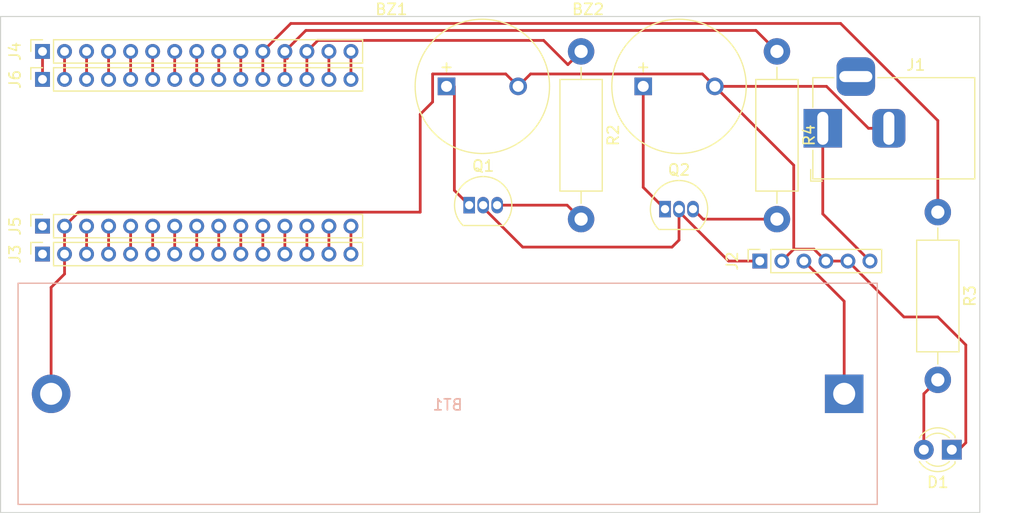
<source format=kicad_pcb>
(kicad_pcb (version 20221018) (generator pcbnew)
  (layers (0 "F.Cu" signal) (31 "B.Cu" signal) (34 "B.Paste" user) (35 "F.Paste" user) (36 "B.SilkS" user "B.Silkscreen") (37 "F.SilkS" user "F.Silkscreen") (38 "B.Mask" user) (39 "F.Mask" user) (44 "Edge.Cuts" user))
  (net 0 "")
  (net 1 "GND")
  (net 2 "C")
  (net 3 "A")
  (net 4 "B")
  (net 5 "Net-(BZ1--)")
  (net 6 "Net-(J2-Pin_1)")
  (net 7 "Net-(Q1-B)")
  (net 8 "Net-(BZ2--)")
  (net 9 "Net-(Q2-B)")
  (net 10 "Net-(BT1-+)")
  (net 11 "Net-(D1-A)")
  (net 12 "Net-(J2-Pin_6)")
  (net 13 "Net-(J3-Pin_1)")
  (net 14 "Net-(J3-Pin_3)")
  (net 15 "Net-(J3-Pin_4)")
  (net 16 "Net-(J3-Pin_5)")
  (net 17 "Net-(J3-Pin_6)")
  (net 18 "Net-(J3-Pin_7)")
  (net 19 "Net-(J3-Pin_8)")
  (net 20 "Net-(J3-Pin_9)")
  (net 21 "Net-(J3-Pin_10)")
  (net 22 "Net-(J3-Pin_11)")
  (net 23 "Net-(J3-Pin_12)")
  (net 24 "Net-(J3-Pin_13)")
  (net 25 "Net-(J3-Pin_14)")
  (net 26 "Net-(J3-Pin_15)")
  (net 27 "Net-(J4-Pin_1)")
  (net 28 "Net-(J4-Pin_2)")
  (net 29 "Net-(J4-Pin_3)")
  (net 30 "Net-(J4-Pin_4)")
  (net 31 "Net-(J4-Pin_5)")
  (net 32 "Net-(J4-Pin_6)")
  (net 33 "Net-(J4-Pin_7)")
  (net 34 "Net-(J4-Pin_8)")
  (net 35 "Net-(J4-Pin_9)")
  (net 36 "Net-(J4-Pin_10)")
  (net 37 "Net-(J4-Pin_14)")
  (net 38 "Net-(J4-Pin_15)")
  (footprint "Buzzer_Beeper:MagneticBuzzer_ProSignal_ABT-410-RC" (layer "F.Cu") (at 109.145 64.77)
    (fp_text reference "BZ2" (at -5.005 -7) (layer "F.SilkS"))
    (fp_text value "Buzzer")
    (fp_text user "+" (at 0 -1.8) (layer "F.SilkS"))
    (fp_circle (center 3.25 0) (end 9.35 0) (stroke (width 0.12)) (fill none) (layer "F.SilkS"))
    (pad "1" thru_hole rect (at 0 0) (size 1.6 1.6) (drill 1) (layers "*.Cu" "*.Mask") (net 8 "Net-(BZ2--)"))
    (pad "2" thru_hole circle (at 6.5 0) (size 1.6 1.6) (drill 1) (layers "*.Cu" "*.Mask") (net 1 "GND"))
  )
  (footprint "LED_THT:LED_D3.0mm" (layer "F.Cu") (at 137.16 97.79 180)
    (fp_text reference "D1" (at 1.27 -2.96) (layer "F.SilkS"))
    (fp_text value "LED")
    (fp_line (start -0.29 -1.236) (end -0.29 -1.08) (stroke (width 0.12)) (layer "F.SilkS"))
    (fp_line (start -0.29 1.08) (end -0.29 1.236) (stroke (width 0.12)) (layer "F.SilkS"))
    (fp_arc (start -0.29 -1.235516) (mid 1.366487 -1.987659) (end 2.942335 -1.078608) (stroke (width 0.12)) (layer "F.SilkS"))
    (fp_arc (start 0.229039 -1.08) (mid 1.270117 -1.5) (end 2.31113 -1.079837) (stroke (width 0.12)) (layer "F.SilkS"))
    (fp_arc (start 2.31113 1.079837) (mid 1.270117 1.5) (end 0.229039 1.08) (stroke (width 0.12)) (layer "F.SilkS"))
    (fp_arc (start 2.942335 1.078608) (mid 1.366487 1.987659) (end -0.29 1.235516) (stroke (width 0.12)) (layer "F.SilkS"))
    (pad "1" thru_hole rect (at 0 0 180) (size 1.8 1.8) (drill 0.9) (layers "*.Cu" "*.Mask") (net 1 "GND"))
    (pad "2" thru_hole circle (at 2.54 0 180) (size 1.8 1.8) (drill 0.9) (layers "*.Cu" "*.Mask") (net 11 "Net-(D1-A)"))
  )
  (footprint "Resistor_THT:R_Axial_DIN0411_L9.9mm_D3.6mm_P15.24mm_Horizontal" (layer "F.Cu") (at 135.89 76.2 -90)
    (fp_text reference "R3" (at 7.62 -2.92 90) (layer "F.SilkS"))
    (fp_text value "R")
    (fp_line (start 1.44 0) (end 2.55 0) (stroke (width 0.12)) (layer "F.SilkS"))
    (fp_line (start 2.55 -1.92) (end 2.55 1.92) (stroke (width 0.12)) (layer "F.SilkS"))
    (fp_line (start 2.55 1.92) (end 12.69 1.92) (stroke (width 0.12)) (layer "F.SilkS"))
    (fp_line (start 12.69 -1.92) (end 2.55 -1.92) (stroke (width 0.12)) (layer "F.SilkS"))
    (fp_line (start 12.69 1.92) (end 12.69 -1.92) (stroke (width 0.12)) (layer "F.SilkS"))
    (fp_line (start 13.8 0) (end 12.69 0) (stroke (width 0.12)) (layer "F.SilkS"))
    (pad "1" thru_hole circle (at 0 0 270) (size 2.4 2.4) (drill 1.2) (layers "*.Cu" "*.Mask") (net 2 "C"))
    (pad "2" thru_hole oval (at 15.24 0 270) (size 2.4 2.4) (drill 1.2) (layers "*.Cu" "*.Mask") (net 11 "Net-(D1-A)"))
  )
  (footprint "Connector_PinSocket_2.00mm:PinSocket_1x15_P2.00mm_Vertical" (layer "F.Cu") (at 54.61 77.47 90)
    (fp_text reference "J5" (at 0 -2.5 90) (layer "F.SilkS"))
    (fp_text value "ESP32")
    (fp_line (start -1.06 1) (end -1.06 29.06) (stroke (width 0.12)) (layer "F.SilkS"))
    (fp_line (start -1.06 1) (end 1.06 1) (stroke (width 0.12)) (layer "F.SilkS"))
    (fp_line (start -1.06 29.06) (end 1.06 29.06) (stroke (width 0.12)) (layer "F.SilkS"))
    (fp_line (start 0 -1.06) (end 1.06 -1.06) (stroke (width 0.12)) (layer "F.SilkS"))
    (fp_line (start 1.06 -1.06) (end 1.06 0) (stroke (width 0.12)) (layer "F.SilkS"))
    (fp_line (start 1.06 1) (end 1.06 29.06) (stroke (width 0.12)) (layer "F.SilkS"))
    (pad "1" thru_hole rect (at 0 0 90) (size 1.35 1.35) (drill 0.8) (layers "*.Cu" "*.Mask") (net 13 "Net-(J3-Pin_1)"))
    (pad "2" thru_hole oval (at 0 2 90) (size 1.35 1.35) (drill 0.8) (layers "*.Cu" "*.Mask") (net 1 "GND"))
    (pad "3" thru_hole oval (at 0 4 90) (size 1.35 1.35) (drill 0.8) (layers "*.Cu" "*.Mask") (net 14 "Net-(J3-Pin_3)"))
    (pad "4" thru_hole oval (at 0 6 90) (size 1.35 1.35) (drill 0.8) (layers "*.Cu" "*.Mask") (net 15 "Net-(J3-Pin_4)"))
    (pad "5" thru_hole oval (at 0 8 90) (size 1.35 1.35) (drill 0.8) (layers "*.Cu" "*.Mask") (net 16 "Net-(J3-Pin_5)"))
    (pad "6" thru_hole oval (at 0 10 90) (size 1.35 1.35) (drill 0.8) (layers "*.Cu" "*.Mask") (net 17 "Net-(J3-Pin_6)"))
    (pad "7" thru_hole oval (at 0 12 90) (size 1.35 1.35) (drill 0.8) (layers "*.Cu" "*.Mask") (net 18 "Net-(J3-Pin_7)"))
    (pad "8" thru_hole oval (at 0 14 90) (size 1.35 1.35) (drill 0.8) (layers "*.Cu" "*.Mask") (net 19 "Net-(J3-Pin_8)"))
    (pad "9" thru_hole oval (at 0 16 90) (size 1.35 1.35) (drill 0.8) (layers "*.Cu" "*.Mask") (net 20 "Net-(J3-Pin_9)"))
    (pad "10" thru_hole oval (at 0 18 90) (size 1.35 1.35) (drill 0.8) (layers "*.Cu" "*.Mask") (net 21 "Net-(J3-Pin_10)"))
    (pad "11" thru_hole oval (at 0 20 90) (size 1.35 1.35) (drill 0.8) (layers "*.Cu" "*.Mask") (net 22 "Net-(J3-Pin_11)"))
    (pad "12" thru_hole oval (at 0 22 90) (size 1.35 1.35) (drill 0.8) (layers "*.Cu" "*.Mask") (net 23 "Net-(J3-Pin_12)"))
    (pad "13" thru_hole oval (at 0 24 90) (size 1.35 1.35) (drill 0.8) (layers "*.Cu" "*.Mask") (net 24 "Net-(J3-Pin_13)"))
    (pad "14" thru_hole oval (at 0 26 90) (size 1.35 1.35) (drill 0.8) (layers "*.Cu" "*.Mask") (net 25 "Net-(J3-Pin_14)"))
    (pad "15" thru_hole oval (at 0 28 90) (size 1.35 1.35) (drill 0.8) (layers "*.Cu" "*.Mask") (net 26 "Net-(J3-Pin_15)"))
  )
  (footprint "Connector_PinSocket_2.00mm:PinSocket_1x15_P2.00mm_Vertical" (layer "F.Cu") (at 54.61 64.135 90)
    (fp_text reference "J6" (at 0 -2.5 90) (layer "F.SilkS"))
    (fp_text value "ESP32")
    (fp_line (start -1.06 1) (end -1.06 29.06) (stroke (width 0.12)) (layer "F.SilkS"))
    (fp_line (start -1.06 1) (end 1.06 1) (stroke (width 0.12)) (layer "F.SilkS"))
    (fp_line (start -1.06 29.06) (end 1.06 29.06) (stroke (width 0.12)) (layer "F.SilkS"))
    (fp_line (start 0 -1.06) (end 1.06 -1.06) (stroke (width 0.12)) (layer "F.SilkS"))
    (fp_line (start 1.06 -1.06) (end 1.06 0) (stroke (width 0.12)) (layer "F.SilkS"))
    (fp_line (start 1.06 1) (end 1.06 29.06) (stroke (width 0.12)) (layer "F.SilkS"))
    (pad "1" thru_hole rect (at 0 0 90) (size 1.35 1.35) (drill 0.8) (layers "*.Cu" "*.Mask") (net 27 "Net-(J4-Pin_1)"))
    (pad "2" thru_hole oval (at 0 2 90) (size 1.35 1.35) (drill 0.8) (layers "*.Cu" "*.Mask") (net 28 "Net-(J4-Pin_2)"))
    (pad "3" thru_hole oval (at 0 4 90) (size 1.35 1.35) (drill 0.8) (layers "*.Cu" "*.Mask") (net 29 "Net-(J4-Pin_3)"))
    (pad "4" thru_hole oval (at 0 6 90) (size 1.35 1.35) (drill 0.8) (layers "*.Cu" "*.Mask") (net 30 "Net-(J4-Pin_4)"))
    (pad "5" thru_hole oval (at 0 8 90) (size 1.35 1.35) (drill 0.8) (layers "*.Cu" "*.Mask") (net 31 "Net-(J4-Pin_5)"))
    (pad "6" thru_hole oval (at 0 10 90) (size 1.35 1.35) (drill 0.8) (layers "*.Cu" "*.Mask") (net 32 "Net-(J4-Pin_6)"))
    (pad "7" thru_hole oval (at 0 12 90) (size 1.35 1.35) (drill 0.8) (layers "*.Cu" "*.Mask") (net 33 "Net-(J4-Pin_7)"))
    (pad "8" thru_hole oval (at 0 14 90) (size 1.35 1.35) (drill 0.8) (layers "*.Cu" "*.Mask") (net 34 "Net-(J4-Pin_8)"))
    (pad "9" thru_hole oval (at 0 16 90) (size 1.35 1.35) (drill 0.8) (layers "*.Cu" "*.Mask") (net 35 "Net-(J4-Pin_9)"))
    (pad "10" thru_hole oval (at 0 18 90) (size 1.35 1.35) (drill 0.8) (layers "*.Cu" "*.Mask") (net 36 "Net-(J4-Pin_10)"))
    (pad "11" thru_hole oval (at 0 20 90) (size 1.35 1.35) (drill 0.8) (layers "*.Cu" "*.Mask") (net 2 "C"))
    (pad "12" thru_hole oval (at 0 22 90) (size 1.35 1.35) (drill 0.8) (layers "*.Cu" "*.Mask") (net 3 "A"))
    (pad "13" thru_hole oval (at 0 24 90) (size 1.35 1.35) (drill 0.8) (layers "*.Cu" "*.Mask") (net 4 "B"))
    (pad "14" thru_hole oval (at 0 26 90) (size 1.35 1.35) (drill 0.8) (layers "*.Cu" "*.Mask") (net 37 "Net-(J4-Pin_14)"))
    (pad "15" thru_hole oval (at 0 28 90) (size 1.35 1.35) (drill 0.8) (layers "*.Cu" "*.Mask") (net 38 "Net-(J4-Pin_15)"))
  )
  (footprint "Package_TO_SOT_THT:TO-92_Inline" (layer "F.Cu") (at 93.345 75.565)
    (fp_text reference "Q1" (at 1.27 -3.56) (layer "F.SilkS"))
    (fp_text value "2SC1941")
    (fp_line (start -0.53 1.85) (end 3.07 1.85) (stroke (width 0.12)) (layer "F.SilkS"))
    (fp_arc (start -0.568478 1.838478) (mid -1.132087 -0.994977) (end 1.27 -2.6) (stroke (width 0.12)) (layer "F.SilkS"))
    (fp_arc (start 1.27 -2.6) (mid 3.672087 -0.994977) (end 3.108478 1.838478) (stroke (width 0.12)) (layer "F.SilkS"))
    (pad "1" thru_hole rect (at 0 0) (size 1.05 1.5) (drill 0.75) (layers "*.Cu" "*.Mask") (net 5 "Net-(BZ1--)"))
    (pad "2" thru_hole oval (at 1.27 0) (size 1.05 1.5) (drill 0.75) (layers "*.Cu" "*.Mask") (net 6 "Net-(J2-Pin_1)"))
    (pad "3" thru_hole oval (at 2.54 0) (size 1.05 1.5) (drill 0.75) (layers "*.Cu" "*.Mask") (net 7 "Net-(Q1-B)"))
  )
  (footprint "Connector_BarrelJack:BarrelJack_Horizontal" (layer "F.Cu") (at 125.445 68.58 180)
    (fp_text reference "J1" (at -8.45 5.75) (layer "F.SilkS"))
    (fp_text value "Barrel_Jack")
    (fp_line (start -13.8 -4.6) (end 0.9 -4.6) (stroke (width 0.12)) (layer "F.SilkS"))
    (fp_line (start -13.8 4.6) (end -13.8 -4.6) (stroke (width 0.12)) (layer "F.SilkS"))
    (fp_line (start -5 4.6) (end -13.8 4.6) (stroke (width 0.12)) (layer "F.SilkS"))
    (fp_line (start 0.05 -4.8) (end 1.1 -4.8) (stroke (width 0.12)) (layer "F.SilkS"))
    (fp_line (start 0.9 -4.6) (end 0.9 -2) (stroke (width 0.12)) (layer "F.SilkS"))
    (fp_line (start 0.9 1.9) (end 0.9 4.6) (stroke (width 0.12)) (layer "F.SilkS"))
    (fp_line (start 0.9 4.6) (end -1 4.6) (stroke (width 0.12)) (layer "F.SilkS"))
    (fp_line (start 1.1 -3.75) (end 1.1 -4.8) (stroke (width 0.12)) (layer "F.SilkS"))
    (pad "1" thru_hole rect (at 0 0 180) (size 3.5 3.5) (drill oval 1 3) (layers "*.Cu" "*.Mask") (net 12 "Net-(J2-Pin_6)"))
    (pad "2" thru_hole roundrect (at -6 0 180) (size 3 3.5) (drill oval 1 3) (layers "*.Cu" "*.Mask") (net 1 "GND"))
    (pad "3" thru_hole roundrect (at -3 4.7 180) (size 3.5 3.5) (drill oval 3 1) (layers "*.Cu" "*.Mask"))
  )
  (footprint "Connector_PinSocket_2.00mm:PinSocket_1x15_P2.00mm_Vertical" (layer "F.Cu") (at 54.61 80.01 90)
    (fp_text reference "J3" (at 0 -2.5 90) (layer "F.SilkS"))
    (fp_text value "ESP32")
    (fp_line (start -1.06 1) (end -1.06 29.06) (stroke (width 0.12)) (layer "F.SilkS"))
    (fp_line (start -1.06 1) (end 1.06 1) (stroke (width 0.12)) (layer "F.SilkS"))
    (fp_line (start -1.06 29.06) (end 1.06 29.06) (stroke (width 0.12)) (layer "F.SilkS"))
    (fp_line (start 0 -1.06) (end 1.06 -1.06) (stroke (width 0.12)) (layer "F.SilkS"))
    (fp_line (start 1.06 -1.06) (end 1.06 0) (stroke (width 0.12)) (layer "F.SilkS"))
    (fp_line (start 1.06 1) (end 1.06 29.06) (stroke (width 0.12)) (layer "F.SilkS"))
    (pad "1" thru_hole rect (at 0 0 90) (size 1.35 1.35) (drill 0.8) (layers "*.Cu" "*.Mask") (net 13 "Net-(J3-Pin_1)"))
    (pad "2" thru_hole oval (at 0 2 90) (size 1.35 1.35) (drill 0.8) (layers "*.Cu" "*.Mask") (net 1 "GND"))
    (pad "3" thru_hole oval (at 0 4 90) (size 1.35 1.35) (drill 0.8) (layers "*.Cu" "*.Mask") (net 14 "Net-(J3-Pin_3)"))
    (pad "4" thru_hole oval (at 0 6 90) (size 1.35 1.35) (drill 0.8) (layers "*.Cu" "*.Mask") (net 15 "Net-(J3-Pin_4)"))
    (pad "5" thru_hole oval (at 0 8 90) (size 1.35 1.35) (drill 0.8) (layers "*.Cu" "*.Mask") (net 16 "Net-(J3-Pin_5)"))
    (pad "6" thru_hole oval (at 0 10 90) (size 1.35 1.35) (drill 0.8) (layers "*.Cu" "*.Mask") (net 17 "Net-(J3-Pin_6)"))
    (pad "7" thru_hole oval (at 0 12 90) (size 1.35 1.35) (drill 0.8) (layers "*.Cu" "*.Mask") (net 18 "Net-(J3-Pin_7)"))
    (pad "8" thru_hole oval (at 0 14 90) (size 1.35 1.35) (drill 0.8) (layers "*.Cu" "*.Mask") (net 19 "Net-(J3-Pin_8)"))
    (pad "9" thru_hole oval (at 0 16 90) (size 1.35 1.35) (drill 0.8) (layers "*.Cu" "*.Mask") (net 20 "Net-(J3-Pin_9)"))
    (pad "10" thru_hole oval (at 0 18 90) (size 1.35 1.35) (drill 0.8) (layers "*.Cu" "*.Mask") (net 21 "Net-(J3-Pin_10)"))
    (pad "11" thru_hole oval (at 0 20 90) (size 1.35 1.35) (drill 0.8) (layers "*.Cu" "*.Mask") (net 22 "Net-(J3-Pin_11)"))
    (pad "12" thru_hole oval (at 0 22 90) (size 1.35 1.35) (drill 0.8) (layers "*.Cu" "*.Mask") (net 23 "Net-(J3-Pin_12)"))
    (pad "13" thru_hole oval (at 0 24 90) (size 1.35 1.35) (drill 0.8) (layers "*.Cu" "*.Mask") (net 24 "Net-(J3-Pin_13)"))
    (pad "14" thru_hole oval (at 0 26 90) (size 1.35 1.35) (drill 0.8) (layers "*.Cu" "*.Mask") (net 25 "Net-(J3-Pin_14)"))
    (pad "15" thru_hole oval (at 0 28 90) (size 1.35 1.35) (drill 0.8) (layers "*.Cu" "*.Mask") (net 26 "Net-(J3-Pin_15)"))
  )
  (footprint "Buzzer_Beeper:MagneticBuzzer_ProSignal_ABT-410-RC" (layer "F.Cu") (at 91.29 64.77)
    (fp_text reference "BZ1" (at -5.005 -7) (layer "F.SilkS"))
    (fp_text value "Buzzer")
    (fp_text user "+" (at 0 -1.8) (layer "F.SilkS"))
    (fp_circle (center 3.25 0) (end 9.35 0) (stroke (width 0.12)) (fill none) (layer "F.SilkS"))
    (pad "1" thru_hole rect (at 0 0) (size 1.6 1.6) (drill 1) (layers "*.Cu" "*.Mask") (net 5 "Net-(BZ1--)"))
    (pad "2" thru_hole circle (at 6.5 0) (size 1.6 1.6) (drill 1) (layers "*.Cu" "*.Mask") (net 1 "GND"))
  )
  (footprint "Package_TO_SOT_THT:TO-92_Inline" (layer "F.Cu") (at 111.125 75.925)
    (fp_text reference "Q2" (at 1.27 -3.56) (layer "F.SilkS"))
    (fp_text value "2SC1941")
    (fp_line (start -0.53 1.85) (end 3.07 1.85) (stroke (width 0.12)) (layer "F.SilkS"))
    (fp_arc (start -0.568478 1.838478) (mid -1.132087 -0.994977) (end 1.27 -2.6) (stroke (width 0.12)) (layer "F.SilkS"))
    (fp_arc (start 1.27 -2.6) (mid 3.672087 -0.994977) (end 3.108478 1.838478) (stroke (width 0.12)) (layer "F.SilkS"))
    (pad "1" thru_hole rect (at 0 0) (size 1.05 1.5) (drill 0.75) (layers "*.Cu" "*.Mask") (net 8 "Net-(BZ2--)"))
    (pad "2" thru_hole oval (at 1.27 0) (size 1.05 1.5) (drill 0.75) (layers "*.Cu" "*.Mask") (net 6 "Net-(J2-Pin_1)"))
    (pad "3" thru_hole oval (at 2.54 0) (size 1.05 1.5) (drill 0.75) (layers "*.Cu" "*.Mask") (net 9 "Net-(Q2-B)"))
  )
  (footprint "Resistor_THT:R_Axial_DIN0411_L9.9mm_D3.6mm_P15.24mm_Horizontal" (layer "F.Cu") (at 103.505 61.595 -90)
    (fp_text reference "R2" (at 7.62 -2.92 90) (layer "F.SilkS"))
    (fp_text value "R")
    (fp_line (start 1.44 0) (end 2.55 0) (stroke (width 0.12)) (layer "F.SilkS"))
    (fp_line (start 2.55 -1.92) (end 2.55 1.92) (stroke (width 0.12)) (layer "F.SilkS"))
    (fp_line (start 2.55 1.92) (end 12.69 1.92) (stroke (width 0.12)) (layer "F.SilkS"))
    (fp_line (start 12.69 -1.92) (end 2.55 -1.92) (stroke (width 0.12)) (layer "F.SilkS"))
    (fp_line (start 12.69 1.92) (end 12.69 -1.92) (stroke (width 0.12)) (layer "F.SilkS"))
    (fp_line (start 13.8 0) (end 12.69 0) (stroke (width 0.12)) (layer "F.SilkS"))
    (pad "1" thru_hole circle (at 0 0 270) (size 2.4 2.4) (drill 1.2) (layers "*.Cu" "*.Mask") (net 4 "B"))
    (pad "2" thru_hole oval (at 15.24 0 270) (size 2.4 2.4) (drill 1.2) (layers "*.Cu" "*.Mask") (net 7 "Net-(Q1-B)"))
  )
  (footprint "Connector_PinSocket_2.00mm:PinSocket_1x15_P2.00mm_Vertical" (layer "F.Cu") (at 54.61 61.595 90)
    (fp_text reference "J4" (at 0 -2.5 90) (layer "F.SilkS"))
    (fp_text value "ESP32")
    (fp_line (start -1.06 1) (end -1.06 29.06) (stroke (width 0.12)) (layer "F.SilkS"))
    (fp_line (start -1.06 1) (end 1.06 1) (stroke (width 0.12)) (layer "F.SilkS"))
    (fp_line (start -1.06 29.06) (end 1.06 29.06) (stroke (width 0.12)) (layer "F.SilkS"))
    (fp_line (start 0 -1.06) (end 1.06 -1.06) (stroke (width 0.12)) (layer "F.SilkS"))
    (fp_line (start 1.06 -1.06) (end 1.06 0) (stroke (width 0.12)) (layer "F.SilkS"))
    (fp_line (start 1.06 1) (end 1.06 29.06) (stroke (width 0.12)) (layer "F.SilkS"))
    (pad "1" thru_hole rect (at 0 0 90) (size 1.35 1.35) (drill 0.8) (layers "*.Cu" "*.Mask") (net 27 "Net-(J4-Pin_1)"))
    (pad "2" thru_hole oval (at 0 2 90) (size 1.35 1.35) (drill 0.8) (layers "*.Cu" "*.Mask") (net 28 "Net-(J4-Pin_2)"))
    (pad "3" thru_hole oval (at 0 4 90) (size 1.35 1.35) (drill 0.8) (layers "*.Cu" "*.Mask") (net 29 "Net-(J4-Pin_3)"))
    (pad "4" thru_hole oval (at 0 6 90) (size 1.35 1.35) (drill 0.8) (layers "*.Cu" "*.Mask") (net 30 "Net-(J4-Pin_4)"))
    (pad "5" thru_hole oval (at 0 8 90) (size 1.35 1.35) (drill 0.8) (layers "*.Cu" "*.Mask") (net 31 "Net-(J4-Pin_5)"))
    (pad "6" thru_hole oval (at 0 10 90) (size 1.35 1.35) (drill 0.8) (layers "*.Cu" "*.Mask") (net 32 "Net-(J4-Pin_6)"))
    (pad "7" thru_hole oval (at 0 12 90) (size 1.35 1.35) (drill 0.8) (layers "*.Cu" "*.Mask") (net 33 "Net-(J4-Pin_7)"))
    (pad "8" thru_hole oval (at 0 14 90) (size 1.35 1.35) (drill 0.8) (layers "*.Cu" "*.Mask") (net 34 "Net-(J4-Pin_8)"))
    (pad "9" thru_hole oval (at 0 16 90) (size 1.35 1.35) (drill 0.8) (layers "*.Cu" "*.Mask") (net 35 "Net-(J4-Pin_9)"))
    (pad "10" thru_hole oval (at 0 18 90) (size 1.35 1.35) (drill 0.8) (layers "*.Cu" "*.Mask") (net 36 "Net-(J4-Pin_10)"))
    (pad "11" thru_hole oval (at 0 20 90) (size 1.35 1.35) (drill 0.8) (layers "*.Cu" "*.Mask") (net 2 "C"))
    (pad "12" thru_hole oval (at 0 22 90) (size 1.35 1.35) (drill 0.8) (layers "*.Cu" "*.Mask") (net 3 "A"))
    (pad "13" thru_hole oval (at 0 24 90) (size 1.35 1.35) (drill 0.8) (layers "*.Cu" "*.Mask") (net 4 "B"))
    (pad "14" thru_hole oval (at 0 26 90) (size 1.35 1.35) (drill 0.8) (layers "*.Cu" "*.Mask") (net 37 "Net-(J4-Pin_14)"))
    (pad "15" thru_hole oval (at 0 28 90) (size 1.35 1.35) (drill 0.8) (layers "*.Cu" "*.Mask") (net 38 "Net-(J4-Pin_15)"))
  )
  (footprint "Connector_PinSocket_2.00mm:PinSocket_1x06_P2.00mm_Vertical" (layer "F.Cu") (at 119.73 80.645 90)
    (fp_text reference "J2" (at 0 -2.5 90) (layer "F.SilkS"))
    (fp_text value "CD42MH")
    (fp_line (start -1.06 1) (end -1.06 11.06) (stroke (width 0.12)) (layer "F.SilkS"))
    (fp_line (start -1.06 1) (end 1.06 1) (stroke (width 0.12)) (layer "F.SilkS"))
    (fp_line (start -1.06 11.06) (end 1.06 11.06) (stroke (width 0.12)) (layer "F.SilkS"))
    (fp_line (start 0 -1.06) (end 1.06 -1.06) (stroke (width 0.12)) (layer "F.SilkS"))
    (fp_line (start 1.06 -1.06) (end 1.06 0) (stroke (width 0.12)) (layer "F.SilkS"))
    (fp_line (start 1.06 1) (end 1.06 11.06) (stroke (width 0.12)) (layer "F.SilkS"))
    (pad "1" thru_hole rect (at 0 0 90) (size 1.35 1.35) (drill 0.8) (layers "*.Cu" "*.Mask") (net 6 "Net-(J2-Pin_1)"))
    (pad "2" thru_hole oval (at 0 2 90) (size 1.35 1.35) (drill 0.8) (layers "*.Cu" "*.Mask") (net 1 "GND"))
    (pad "3" thru_hole oval (at 0 4 90) (size 1.35 1.35) (drill 0.8) (layers "*.Cu" "*.Mask") (net 10 "Net-(BT1-+)"))
    (pad "4" thru_hole oval (at 0 6 90) (size 1.35 1.35) (drill 0.8) (layers "*.Cu" "*.Mask") (net 1 "GND"))
    (pad "5" thru_hole oval (at 0 8 90) (size 1.35 1.35) (drill 0.8) (layers "*.Cu" "*.Mask") (net 1 "GND"))
    (pad "6" thru_hole oval (at 0 10 90) (size 1.35 1.35) (drill 0.8) (layers "*.Cu" "*.Mask") (net 12 "Net-(J2-Pin_6)"))
  )
  (footprint "Resistor_THT:R_Axial_DIN0411_L9.9mm_D3.6mm_P15.24mm_Horizontal" (layer "F.Cu") (at 121.285 61.595 -90)
    (fp_text reference "R4" (at 7.62 -2.92 90) (layer "F.SilkS"))
    (fp_text value "R")
    (fp_line (start 1.44 0) (end 2.55 0) (stroke (width 0.12)) (layer "F.SilkS"))
    (fp_line (start 2.55 -1.92) (end 2.55 1.92) (stroke (width 0.12)) (layer "F.SilkS"))
    (fp_line (start 2.55 1.92) (end 12.69 1.92) (stroke (width 0.12)) (layer "F.SilkS"))
    (fp_line (start 12.69 -1.92) (end 2.55 -1.92) (stroke (width 0.12)) (layer "F.SilkS"))
    (fp_line (start 12.69 1.92) (end 12.69 -1.92) (stroke (width 0.12)) (layer "F.SilkS"))
    (fp_line (start 13.8 0) (end 12.69 0) (stroke (width 0.12)) (layer "F.SilkS"))
    (pad "1" thru_hole circle (at 0 0 270) (size 2.4 2.4) (drill 1.2) (layers "*.Cu" "*.Mask") (net 3 "A"))
    (pad "2" thru_hole oval (at 15.24 0 270) (size 2.4 2.4) (drill 1.2) (layers "*.Cu" "*.Mask") (net 9 "Net-(Q2-B)"))
  )
  (footprint "Battery:BatteryHolder_MPD_BH-18650-PC2" (layer "B.Cu") (at 127.39 92.71 180)
    (fp_text reference "BT1" (at 36 -1) (layer "B.SilkS") (effects (justify mirror)))
    (fp_text value "Battery")
    (fp_line (start -3 -10.05) (end -3 10.05) (stroke (width 0.12)) (layer "B.SilkS"))
    (fp_line (start -3 10.05) (end 75 10.05) (stroke (width 0.12)) (layer "B.SilkS"))
    (fp_line (start 75 -10.05) (end -3 -10.05) (stroke (width 0.12)) (layer "B.SilkS"))
    (fp_line (start 75 10.05) (end 75 -10.05) (stroke (width 0.12)) (layer "B.SilkS"))
    (pad "" np_thru_hole circle (at 8.645 0 180) (size 3.2 3.2) (drill 3.2) (layers "*.Cu" "*.Mask"))
    (pad "" np_thru_hole circle (at 64.255 0 180) (size 3.2 3.2) (drill 3.2) (layers "*.Cu" "*.Mask"))
    (pad "1" thru_hole rect (at 0 0 180) (size 3.5 3.5) (drill 2) (layers "*.Cu" "*.Mask") (net 10 "Net-(BT1-+)"))
    (pad "2" thru_hole circle (at 72 0 180) (size 3.5 3.5) (drill 2) (layers "*.Cu" "*.Mask") (net 1 "GND"))
  )
  (gr_rect (start 50.8 58.42) (end 139.7 103.505) (stroke (width 0.1)) (fill none) (layer "Edge.Cuts"))
  (segment (start 122.81 79.565) (end 121.73 80.645) (width 0.25) (layer "F.Cu") (net 1))
  (segment (start 115.645 64.77) (end 122.81 71.935) (width 0.25) (layer "F.Cu") (net 1))
  (segment (start 56.61 81.82) (end 56.61 80.01) (width 0.25) (layer "F.Cu") (net 1))
  (segment (start 127.73 80.645) (end 132.81 85.725) (width 0.25) (layer "F.Cu") (net 1))
  (segment (start 88.9 76.2) (end 88.9 67.31) (width 0.25) (layer "F.Cu") (net 1))
  (segment (start 90.025 66.185) (end 90.025 63.645) (width 0.25) (layer "F.Cu") (net 1))
  (segment (start 90.025 63.645) (end 96.665 63.645) (width 0.25) (layer "F.Cu") (net 1))
  (segment (start 137.795 97.79) (end 137.16 97.79) (width 0.25) (layer "F.Cu") (net 1))
  (segment (start 122.81 71.935) (end 122.81 79.565) (width 0.25) (layer "F.Cu") (net 1))
  (segment (start 124.65 79.565) (end 122.81 79.565) (width 0.25) (layer "F.Cu") (net 1))
  (segment (start 129.595 68.58) (end 125.785 64.77) (width 0.25) (layer "F.Cu") (net 1))
  (segment (start 138.43 88.265) (end 138.43 97.155) (width 0.25) (layer "F.Cu") (net 1))
  (segment (start 114.52 63.645) (end 115.645 64.77) (width 0.25) (layer "F.Cu") (net 1))
  (segment (start 97.79 64.77) (end 98.915 63.645) (width 0.25) (layer "F.Cu") (net 1))
  (segment (start 57.88 76.2) (end 88.9 76.2) (width 0.25) (layer "F.Cu") (net 1))
  (segment (start 132.81 85.725) (end 135.89 85.725) (width 0.25) (layer "F.Cu") (net 1))
  (segment (start 96.665 63.645) (end 97.79 64.77) (width 0.25) (layer "F.Cu") (net 1))
  (segment (start 138.43 97.155) (end 137.795 97.79) (width 0.25) (layer "F.Cu") (net 1))
  (segment (start 98.915 63.645) (end 114.52 63.645) (width 0.25) (layer "F.Cu") (net 1))
  (segment (start 55.39 83.04) (end 56.61 81.82) (width 0.25) (layer "F.Cu") (net 1))
  (segment (start 56.61 80.01) (end 56.61 77.47) (width 0.25) (layer "F.Cu") (net 1))
  (segment (start 56.61 77.47) (end 57.88 76.2) (width 0.25) (layer "F.Cu") (net 1))
  (segment (start 125.73 80.645) (end 127.73 80.645) (width 0.25) (layer "F.Cu") (net 1))
  (segment (start 135.89 85.725) (end 138.43 88.265) (width 0.25) (layer "F.Cu") (net 1))
  (segment (start 55.39 92.71) (end 55.39 83.04) (width 0.25) (layer "F.Cu") (net 1))
  (segment (start 125.785 64.77) (end 115.645 64.77) (width 0.25) (layer "F.Cu") (net 1))
  (segment (start 131.445 68.58) (end 129.595 68.58) (width 0.25) (layer "F.Cu") (net 1))
  (segment (start 88.9 67.31) (end 90.025 66.185) (width 0.25) (layer "F.Cu") (net 1))
  (segment (start 125.73 80.645) (end 124.65 79.565) (width 0.25) (layer "F.Cu") (net 1))
  (segment (start 77.15 59.055) (end 74.61 61.595) (width 0.25) (layer "F.Cu") (net 2))
  (segment (start 135.89 76.2) (end 135.89 67.877944) (width 0.25) (layer "F.Cu") (net 2))
  (segment (start 127.067056 59.055) (end 77.15 59.055) (width 0.25) (layer "F.Cu") (net 2))
  (segment (start 135.89 67.877944) (end 127.067056 59.055) (width 0.25) (layer "F.Cu") (net 2))
  (segment (start 74.61 64.135) (end 74.61 61.595) (width 0.25) (layer "F.Cu") (net 2))
  (segment (start 78.515 59.69) (end 76.61 61.595) (width 0.25) (layer "F.Cu") (net 3))
  (segment (start 76.835 61.82) (end 76.835 62.23) (width 0.25) (layer "F.Cu") (net 3))
  (segment (start 121.285 61.595) (end 119.38 59.69) (width 0.25) (layer "F.Cu") (net 3))
  (segment (start 119.38 59.69) (end 78.515 59.69) (width 0.25) (layer "F.Cu") (net 3))
  (segment (start 76.61 61.595) (end 76.835 61.82) (width 0.25) (layer "F.Cu") (net 3))
  (segment (start 76.61 64.135) (end 76.61 61.595) (width 0.25) (layer "F.Cu") (net 3))
  (segment (start 103.505 61.595) (end 102.305 62.795) (width 0.25) (layer "F.Cu") (net 4))
  (segment (start 79.61 60.595) (end 78.61 61.595) (width 0.25) (layer "F.Cu") (net 4))
  (segment (start 102.305 62.795) (end 100.105 60.595) (width 0.25) (layer "F.Cu") (net 4))
  (segment (start 100.105 60.595) (end 79.61 60.595) (width 0.25) (layer "F.Cu") (net 4))
  (segment (start 78.61 64.135) (end 78.61 61.595) (width 0.25) (layer "F.Cu") (net 4))
  (segment (start 92 74.22) (end 93.345 75.565) (width 0.25) (layer "F.Cu") (net 5))
  (segment (start 92 64.77) (end 92 74.22) (width 0.25) (layer "F.Cu") (net 5))
  (segment (start 111.76 79.375) (end 112.395 78.74) (width 0.25) (layer "F.Cu") (net 6))
  (segment (start 98.2 79.375) (end 111.76 79.375) (width 0.25) (layer "F.Cu") (net 6))
  (segment (start 112.395 76.15) (end 112.395 75.925) (width 0.25) (layer "F.Cu") (net 6))
  (segment (start 119.73 80.645) (end 116.89 80.645) (width 0.25) (layer "F.Cu") (net 6))
  (segment (start 116.89 80.645) (end 112.395 76.15) (width 0.25) (layer "F.Cu") (net 6))
  (segment (start 112.395 78.74) (end 112.395 75.925) (width 0.25) (layer "F.Cu") (net 6))
  (segment (start 94.615 75.565) (end 94.615 75.79) (width 0.25) (layer "F.Cu") (net 6))
  (segment (start 94.615 75.79) (end 98.2 79.375) (width 0.25) (layer "F.Cu") (net 6))
  (segment (start 95.885 75.565) (end 102.235 75.565) (width 0.25) (layer "F.Cu") (net 7))
  (segment (start 102.235 75.565) (end 103.505 76.835) (width 0.25) (layer "F.Cu") (net 7))
  (segment (start 109.145 73.945) (end 111.125 75.925) (width 0.25) (layer "F.Cu") (net 8))
  (segment (start 109.145 64.77) (end 109.145 73.945) (width 0.25) (layer "F.Cu") (net 8))
  (segment (start 114.575 76.835) (end 113.665 75.925) (width 0.25) (layer "F.Cu") (net 9))
  (segment (start 121.285 76.835) (end 114.575 76.835) (width 0.25) (layer "F.Cu") (net 9))
  (segment (start 127.39 84.305) (end 123.73 80.645) (width 0.25) (layer "F.Cu") (net 10))
  (segment (start 127.39 92.71) (end 127.39 84.305) (width 0.25) (layer "F.Cu") (net 10))
  (segment (start 134.62 92.71) (end 134.62 97.79) (width 0.25) (layer "F.Cu") (net 11))
  (segment (start 135.89 91.44) (end 134.62 92.71) (width 0.25) (layer "F.Cu") (net 11))
  (segment (start 125.445 68.58) (end 125.445 76.36) (width 0.25) (layer "F.Cu") (net 12))
  (segment (start 125.445 76.36) (end 129.73 80.645) (width 0.25) (layer "F.Cu") (net 12))
  (segment (start 58.61 80.01) (end 58.61 77.47) (width 0.25) (layer "F.Cu") (net 14))
  (segment (start 60.61 80.01) (end 60.61 77.47) (width 0.25) (layer "F.Cu") (net 15))
  (segment (start 62.61 80.01) (end 62.61 77.47) (width 0.25) (layer "F.Cu") (net 16))
  (segment (start 64.61 80.01) (end 64.61 77.47) (width 0.25) (layer "F.Cu") (net 17))
  (segment (start 66.61 80.01) (end 66.61 77.47) (width 0.25) (layer "F.Cu") (net 18))
  (segment (start 68.61 80.01) (end 68.61 77.47) (width 0.25) (layer "F.Cu") (net 19))
  (segment (start 70.61 80.01) (end 70.61 77.47) (width 0.25) (layer "F.Cu") (net 20))
  (segment (start 72.61 80.01) (end 72.61 77.47) (width 0.25) (layer "F.Cu") (net 21))
  (segment (start 74.61 80.01) (end 74.61 77.47) (width 0.25) (layer "F.Cu") (net 22))
  (segment (start 76.61 80.01) (end 76.61 77.47) (width 0.25) (layer "F.Cu") (net 23))
  (segment (start 78.61 77.47) (end 78.61 80.01) (width 0.25) (layer "F.Cu") (net 24))
  (segment (start 80.61 80.01) (end 80.61 77.47) (width 0.25) (layer "F.Cu") (net 25))
  (segment (start 82.61 77.47) (end 82.61 80.01) (width 0.25) (layer "F.Cu") (net 26))
  (segment (start 54.61 64.135) (end 54.61 61.595) (width 0.25) (layer "F.Cu") (net 27))
  (segment (start 56.61 64.135) (end 56.61 61.595) (width 0.25) (layer "F.Cu") (net 28))
  (segment (start 58.61 64.135) (end 58.61 61.595) (width 0.25) (layer "F.Cu") (net 29))
  (segment (start 60.61 64.135) (end 60.61 61.595) (width 0.25) (layer "F.Cu") (net 30))
  (segment (start 62.61 64.135) (end 62.61 61.595) (width 0.25) (layer "F.Cu") (net 31))
  (segment (start 64.61 64.135) (end 64.61 61.595) (width 0.25) (layer "F.Cu") (net 32))
  (segment (start 66.61 64.135) (end 66.61 61.595) (width 0.25) (layer "F.Cu") (net 33))
  (segment (start 68.61 64.135) (end 68.61 61.595) (width 0.25) (layer "F.Cu") (net 34))
  (segment (start 70.61 64.135) (end 70.61 61.595) (width 0.25) (layer "F.Cu") (net 35))
  (segment (start 72.61 64.135) (end 72.61 61.595) (width 0.25) (layer "F.Cu") (net 36))
  (segment (start 80.61 64.135) (end 80.61 61.595) (width 0.25) (layer "F.Cu") (net 37))
  (segment (start 82.61 64.135) (end 82.61 61.595) (width 0.25) (layer "F.Cu") (net 38))
)
</source>
